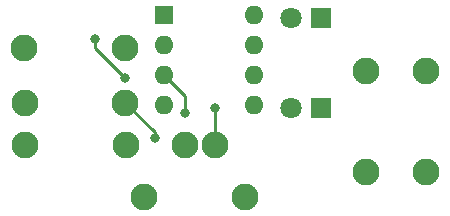
<source format=gbr>
%TF.GenerationSoftware,KiCad,Pcbnew,7.0.6-0*%
%TF.CreationDate,2023-08-03T16:52:38-04:00*%
%TF.ProjectId,Temp_Alarm,54656d70-5f41-46c6-9172-6d2e6b696361,rev?*%
%TF.SameCoordinates,Original*%
%TF.FileFunction,Copper,L2,Bot*%
%TF.FilePolarity,Positive*%
%FSLAX46Y46*%
G04 Gerber Fmt 4.6, Leading zero omitted, Abs format (unit mm)*
G04 Created by KiCad (PCBNEW 7.0.6-0) date 2023-08-03 16:52:38*
%MOMM*%
%LPD*%
G01*
G04 APERTURE LIST*
G04 Aperture macros list*
%AMFreePoly0*
4,1,35,0.312797,1.099367,0.509479,1.023172,0.688811,0.912134,0.844687,0.770034,0.971798,0.601712,1.065816,0.412899,1.123538,0.210026,1.143000,0.000000,1.123538,-0.210026,1.065816,-0.412899,0.971798,-0.601712,0.844687,-0.770034,0.688811,-0.912134,0.509479,-1.023172,0.312797,-1.099367,0.105463,-1.138124,-0.105463,-1.138124,-0.312797,-1.099367,-0.509479,-1.023172,-0.688811,-0.912134,
-0.844687,-0.770034,-0.971798,-0.601712,-1.065816,-0.412899,-1.123538,-0.210026,-1.143000,0.000000,-1.123538,0.210026,-1.065816,0.412899,-0.971798,0.601712,-0.844687,0.770034,-0.688811,0.912134,-0.509479,1.023172,-0.312797,1.099367,-0.105463,1.138124,0.105463,1.138124,0.312797,1.099367,0.312797,1.099367,$1*%
G04 Aperture macros list end*
%TA.AperFunction,ComponentPad*%
%ADD10FreePoly0,180.000000*%
%TD*%
%TA.AperFunction,ComponentPad*%
%ADD11R,1.600000X1.600000*%
%TD*%
%TA.AperFunction,ComponentPad*%
%ADD12O,1.600000X1.600000*%
%TD*%
%TA.AperFunction,ComponentPad*%
%ADD13FreePoly0,270.000000*%
%TD*%
%TA.AperFunction,ComponentPad*%
%ADD14FreePoly0,0.000000*%
%TD*%
%TA.AperFunction,ComponentPad*%
%ADD15R,1.800000X1.800000*%
%TD*%
%TA.AperFunction,ComponentPad*%
%ADD16C,1.800000*%
%TD*%
%TA.AperFunction,ViaPad*%
%ADD17C,0.800000*%
%TD*%
%TA.AperFunction,Conductor*%
%ADD18C,0.250000*%
%TD*%
G04 APERTURE END LIST*
D10*
%TO.P,R4,2*%
%TO.N,Net-(U1-GND)*%
X143980000Y-107270000D03*
%TO.P,R4,1*%
%TO.N,Net-(R3-Pad2)*%
X152480000Y-107270000D03*
%TD*%
D11*
%TO.P,U1,1,~{RESET}/PB5*%
%TO.N,unconnected-(U1-~{RESET}{slash}PB5-Pad1)*%
X155710000Y-96270000D03*
D12*
%TO.P,U1,2,XTAL1/PB3*%
%TO.N,unconnected-(U1-XTAL1{slash}PB3-Pad2)*%
X155710000Y-98810000D03*
%TO.P,U1,3,XTAL2/PB4*%
%TO.N,Net-(U1-XTAL2{slash}PB4)*%
X155710000Y-101350000D03*
%TO.P,U1,4,GND*%
%TO.N,Net-(U1-GND)*%
X155710000Y-103890000D03*
%TO.P,U1,5,AREF/PB0*%
%TO.N,Net-(D1-A)*%
X163330000Y-103890000D03*
%TO.P,U1,6,PB1*%
%TO.N,unconnected-(U1-PB1-Pad6)*%
X163330000Y-101350000D03*
%TO.P,U1,7,PB2*%
%TO.N,Net-(D2-A)*%
X163330000Y-98810000D03*
%TO.P,U1,8,VCC*%
%TO.N,Net-(U1-VCC)*%
X163330000Y-96270000D03*
%TD*%
D10*
%TO.P,TH1,2*%
%TO.N,Net-(U1-XTAL2{slash}PB4)*%
X157480000Y-107270000D03*
%TO.P,TH1,1*%
%TO.N,Net-(U1-VCC)*%
X160020000Y-107270000D03*
%TD*%
D13*
%TO.P,R6,1*%
%TO.N,Net-(D1-K)*%
X172820000Y-101060000D03*
%TO.P,R6,2*%
%TO.N,Net-(U1-GND)*%
X172820000Y-109560000D03*
%TD*%
%TO.P,R5,2*%
%TO.N,Net-(U1-GND)*%
X177900000Y-109560000D03*
%TO.P,R5,1*%
%TO.N,Net-(D2-K)*%
X177900000Y-101060000D03*
%TD*%
D14*
%TO.P,R3,1*%
%TO.N,Net-(U1-VCC)*%
X143948000Y-103695000D03*
%TO.P,R3,2*%
%TO.N,Net-(R3-Pad2)*%
X152448000Y-103695000D03*
%TD*%
D10*
%TO.P,R2,1*%
%TO.N,Net-(U1-VCC)*%
X152400000Y-99060000D03*
%TO.P,R2,2*%
%TO.N,Net-(U2-VCC)*%
X143900000Y-99060000D03*
%TD*%
D14*
%TO.P,R1,1*%
%TO.N,Net-(U1-XTAL2{slash}PB4)*%
X154060000Y-111730000D03*
%TO.P,R1,2*%
%TO.N,Net-(U1-GND)*%
X162560000Y-111730000D03*
%TD*%
D15*
%TO.P,D2,1,K*%
%TO.N,Net-(D2-K)*%
X169000000Y-96520000D03*
D16*
%TO.P,D2,2,A*%
%TO.N,Net-(D2-A)*%
X166460000Y-96520000D03*
%TD*%
D15*
%TO.P,D1,1,K*%
%TO.N,Net-(D1-K)*%
X169000000Y-104140000D03*
D16*
%TO.P,D1,2,A*%
%TO.N,Net-(D1-A)*%
X166460000Y-104140000D03*
%TD*%
D17*
%TO.N,Net-(U1-GND)*%
X152400000Y-101600000D03*
X149860000Y-98335500D03*
%TO.N,Net-(U1-XTAL2{slash}PB4)*%
X157480000Y-104614500D03*
%TO.N,Net-(U1-VCC)*%
X160020000Y-104140000D03*
%TO.N,Net-(R3-Pad2)*%
X154940000Y-106680000D03*
%TD*%
D18*
%TO.N,Net-(U1-GND)*%
X149860000Y-99060000D02*
X152400000Y-101600000D01*
X149860000Y-98335500D02*
X149860000Y-99060000D01*
%TO.N,Net-(U1-XTAL2{slash}PB4)*%
X157480000Y-103120000D02*
X155710000Y-101350000D01*
X157480000Y-104614500D02*
X157480000Y-103120000D01*
%TO.N,Net-(U1-VCC)*%
X160020000Y-104140000D02*
X160020000Y-107270000D01*
%TO.N,Net-(R3-Pad2)*%
X154940000Y-106680000D02*
X154940000Y-106187000D01*
X154940000Y-106187000D02*
X152448000Y-103695000D01*
%TD*%
M02*

</source>
